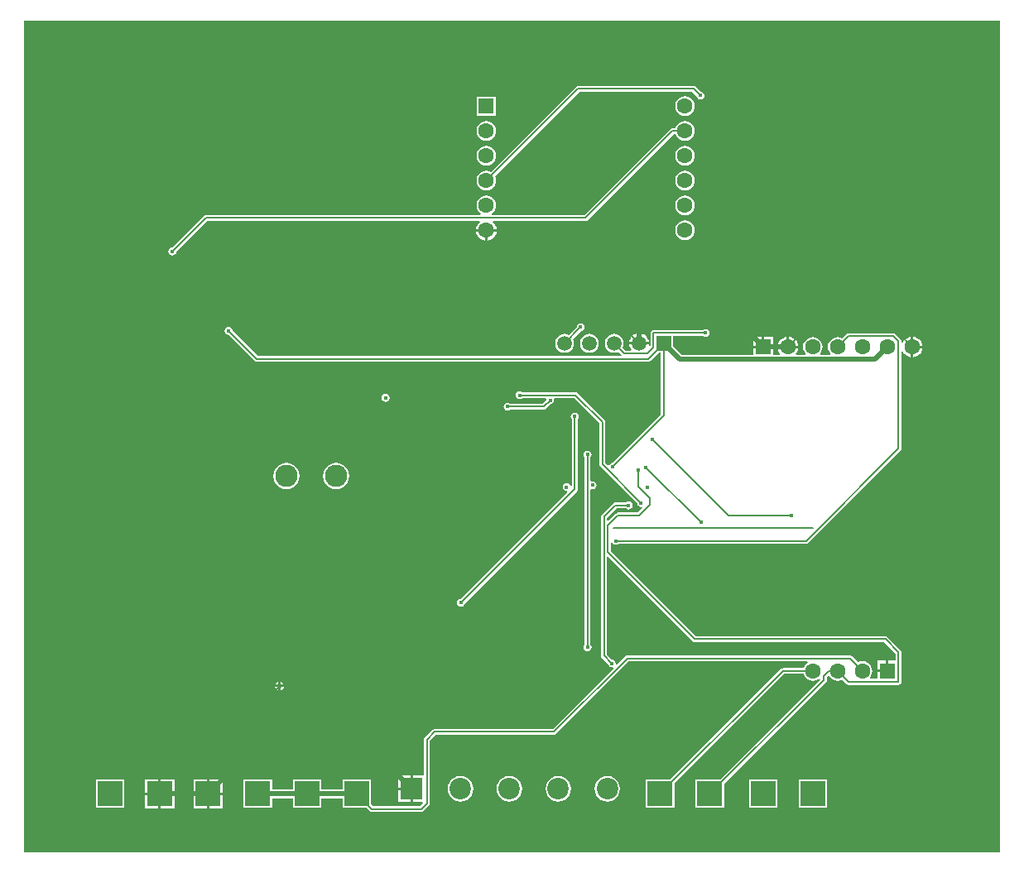
<source format=gbl>
G04*
G04 #@! TF.GenerationSoftware,Altium Limited,Altium Designer,20.1.11 (218)*
G04*
G04 Layer_Physical_Order=2*
G04 Layer_Color=16711680*
%FSTAX24Y24*%
%MOIN*%
G70*
G04*
G04 #@! TF.SameCoordinates,6DBB7448-FED5-465F-904A-7FE87FEFC6C8*
G04*
G04*
G04 #@! TF.FilePolarity,Positive*
G04*
G01*
G75*
%ADD11C,0.0079*%
%ADD79C,0.0197*%
%ADD80C,0.0866*%
%ADD81R,0.0866X0.0866*%
%ADD82R,0.0984X0.0984*%
%ADD83C,0.0900*%
%ADD84C,0.0630*%
%ADD85R,0.0630X0.0630*%
%ADD86R,0.0598X0.0598*%
%ADD87C,0.0598*%
%ADD88R,0.0630X0.0630*%
%ADD89C,0.0157*%
G36*
X057735Y044635D02*
Y01115D01*
X01845D01*
X01845Y011151D01*
Y04465D01*
X057729D01*
X057735Y044635D01*
D02*
G37*
%LPC*%
G36*
X0454Y04202D02*
X0454Y04202D01*
X04075D01*
X040704Y042011D01*
X040665Y041985D01*
X040665Y041985D01*
X037231Y038551D01*
X037153Y038584D01*
X03705Y038597D01*
X036947Y038584D01*
X036851Y038544D01*
X036769Y038481D01*
X036706Y038399D01*
X036666Y038303D01*
X036653Y0382D01*
X036666Y038097D01*
X036706Y038001D01*
X036769Y037919D01*
X036851Y037856D01*
X036947Y037816D01*
X03705Y037803D01*
X037153Y037816D01*
X037249Y037856D01*
X037331Y037919D01*
X037394Y038001D01*
X037434Y038097D01*
X037447Y0382D01*
X037434Y038303D01*
X037401Y038381D01*
X0408Y04178D01*
X04535D01*
X045512Y041618D01*
X045522Y041569D01*
X045556Y041516D01*
X045609Y041482D01*
X04567Y041469D01*
X045731Y041482D01*
X045784Y041516D01*
X045818Y041569D01*
X045831Y04163D01*
X045818Y041691D01*
X045784Y041744D01*
X045731Y041778D01*
X045682Y041788D01*
X045485Y041985D01*
X045446Y042011D01*
X0454Y04202D01*
D02*
G37*
G36*
X037444Y041594D02*
X036656D01*
Y040806D01*
X037444D01*
Y041594D01*
D02*
G37*
G36*
X04505Y041597D02*
X044947Y041584D01*
X044851Y041544D01*
X044769Y041481D01*
X044706Y041399D01*
X044666Y041303D01*
X044653Y0412D01*
X044666Y041097D01*
X044706Y041001D01*
X044769Y040919D01*
X044851Y040856D01*
X044947Y040816D01*
X04505Y040803D01*
X045153Y040816D01*
X045249Y040856D01*
X045331Y040919D01*
X045394Y041001D01*
X045434Y041097D01*
X045447Y0412D01*
X045434Y041303D01*
X045394Y041399D01*
X045331Y041481D01*
X045249Y041544D01*
X045153Y041584D01*
X04505Y041597D01*
D02*
G37*
G36*
Y040597D02*
X044947Y040584D01*
X044851Y040544D01*
X044769Y040481D01*
X044706Y040399D01*
X044674Y04032D01*
X04455D01*
X044504Y040311D01*
X044465Y040285D01*
X044465Y040285D01*
X041Y03682D01*
X037284D01*
X037267Y03687D01*
X037331Y036919D01*
X037394Y037001D01*
X037434Y037097D01*
X037447Y0372D01*
X037434Y037303D01*
X037394Y037399D01*
X037331Y037481D01*
X037249Y037544D01*
X037153Y037584D01*
X03705Y037597D01*
X036947Y037584D01*
X036851Y037544D01*
X036769Y037481D01*
X036706Y037399D01*
X036666Y037303D01*
X036653Y0372D01*
X036666Y037097D01*
X036706Y037001D01*
X036769Y036919D01*
X036833Y03687D01*
X036816Y03682D01*
X02576D01*
X025714Y036811D01*
X025675Y036785D01*
X025675Y036785D01*
X024398Y035508D01*
X024349Y035498D01*
X024296Y035464D01*
X024262Y035411D01*
X024249Y03535D01*
X024262Y035289D01*
X024296Y035236D01*
X024349Y035202D01*
X02441Y035189D01*
X024471Y035202D01*
X024524Y035236D01*
X024558Y035289D01*
X024568Y035338D01*
X02581Y03658D01*
X036781D01*
X036798Y03653D01*
X036754Y036496D01*
X036688Y036409D01*
X036646Y036308D01*
X036638Y03625D01*
X037462D01*
X037454Y036308D01*
X037412Y036409D01*
X037346Y036496D01*
X037302Y03653D01*
X037319Y03658D01*
X04105D01*
X04105Y03658D01*
X041096Y036589D01*
X041135Y036615D01*
X0446Y04008D01*
X044674D01*
X044706Y040001D01*
X044769Y039919D01*
X044851Y039856D01*
X044947Y039816D01*
X04505Y039803D01*
X045153Y039816D01*
X045249Y039856D01*
X045331Y039919D01*
X045394Y040001D01*
X045434Y040097D01*
X045447Y0402D01*
X045434Y040303D01*
X045394Y040399D01*
X045331Y040481D01*
X045249Y040544D01*
X045153Y040584D01*
X04505Y040597D01*
D02*
G37*
G36*
X03705D02*
X036947Y040584D01*
X036851Y040544D01*
X036769Y040481D01*
X036706Y040399D01*
X036666Y040303D01*
X036653Y0402D01*
X036666Y040097D01*
X036706Y040001D01*
X036769Y039919D01*
X036851Y039856D01*
X036947Y039816D01*
X03705Y039803D01*
X037153Y039816D01*
X037249Y039856D01*
X037331Y039919D01*
X037394Y040001D01*
X037434Y040097D01*
X037447Y0402D01*
X037434Y040303D01*
X037394Y040399D01*
X037331Y040481D01*
X037249Y040544D01*
X037153Y040584D01*
X03705Y040597D01*
D02*
G37*
G36*
X04505Y039597D02*
X044947Y039584D01*
X044851Y039544D01*
X044769Y039481D01*
X044706Y039399D01*
X044666Y039303D01*
X044653Y0392D01*
X044666Y039097D01*
X044706Y039001D01*
X044769Y038919D01*
X044851Y038856D01*
X044947Y038816D01*
X04505Y038803D01*
X045153Y038816D01*
X045249Y038856D01*
X045331Y038919D01*
X045394Y039001D01*
X045434Y039097D01*
X045447Y0392D01*
X045434Y039303D01*
X045394Y039399D01*
X045331Y039481D01*
X045249Y039544D01*
X045153Y039584D01*
X04505Y039597D01*
D02*
G37*
G36*
X03705D02*
X036947Y039584D01*
X036851Y039544D01*
X036769Y039481D01*
X036706Y039399D01*
X036666Y039303D01*
X036653Y0392D01*
X036666Y039097D01*
X036706Y039001D01*
X036769Y038919D01*
X036851Y038856D01*
X036947Y038816D01*
X03705Y038803D01*
X037153Y038816D01*
X037249Y038856D01*
X037331Y038919D01*
X037394Y039001D01*
X037434Y039097D01*
X037447Y0392D01*
X037434Y039303D01*
X037394Y039399D01*
X037331Y039481D01*
X037249Y039544D01*
X037153Y039584D01*
X03705Y039597D01*
D02*
G37*
G36*
X04505Y038597D02*
X044947Y038584D01*
X044851Y038544D01*
X044769Y038481D01*
X044706Y038399D01*
X044666Y038303D01*
X044653Y0382D01*
X044666Y038097D01*
X044706Y038001D01*
X044769Y037919D01*
X044851Y037856D01*
X044947Y037816D01*
X04505Y037803D01*
X045153Y037816D01*
X045249Y037856D01*
X045331Y037919D01*
X045394Y038001D01*
X045434Y038097D01*
X045447Y0382D01*
X045434Y038303D01*
X045394Y038399D01*
X045331Y038481D01*
X045249Y038544D01*
X045153Y038584D01*
X04505Y038597D01*
D02*
G37*
G36*
Y037597D02*
X044947Y037584D01*
X044851Y037544D01*
X044769Y037481D01*
X044706Y037399D01*
X044666Y037303D01*
X044653Y0372D01*
X044666Y037097D01*
X044706Y037001D01*
X044769Y036919D01*
X044851Y036856D01*
X044947Y036816D01*
X04505Y036803D01*
X045153Y036816D01*
X045249Y036856D01*
X045331Y036919D01*
X045394Y037001D01*
X045434Y037097D01*
X045447Y0372D01*
X045434Y037303D01*
X045394Y037399D01*
X045331Y037481D01*
X045249Y037544D01*
X045153Y037584D01*
X04505Y037597D01*
D02*
G37*
G36*
Y036597D02*
X044947Y036584D01*
X044851Y036544D01*
X044769Y036481D01*
X044706Y036399D01*
X044666Y036303D01*
X044653Y0362D01*
X044666Y036097D01*
X044706Y036001D01*
X044769Y035919D01*
X044851Y035856D01*
X044947Y035816D01*
X04505Y035803D01*
X045153Y035816D01*
X045249Y035856D01*
X045331Y035919D01*
X045394Y036001D01*
X045434Y036097D01*
X045447Y0362D01*
X045434Y036303D01*
X045394Y036399D01*
X045331Y036481D01*
X045249Y036544D01*
X045153Y036584D01*
X04505Y036597D01*
D02*
G37*
G36*
X037462Y03615D02*
X0371D01*
Y035788D01*
X037158Y035796D01*
X037259Y035838D01*
X037346Y035904D01*
X037412Y035991D01*
X037454Y036092D01*
X037462Y03615D01*
D02*
G37*
G36*
X037D02*
X036638D01*
X036646Y036092D01*
X036688Y035991D01*
X036754Y035904D01*
X036841Y035838D01*
X036942Y035796D01*
X037Y035788D01*
Y03615D01*
D02*
G37*
G36*
X04085Y032461D02*
X040789Y032448D01*
X040736Y032414D01*
X040702Y032361D01*
X040692Y032312D01*
X040369Y031989D01*
X040299Y032018D01*
X0402Y032031D01*
X040101Y032018D01*
X040009Y03198D01*
X03993Y03192D01*
X03987Y031841D01*
X039832Y031749D01*
X039819Y03165D01*
X039832Y031551D01*
X03987Y031459D01*
X03993Y03138D01*
X040009Y03132D01*
X040101Y031282D01*
X0402Y031269D01*
X040299Y031282D01*
X040391Y03132D01*
X04047Y03138D01*
X04053Y031459D01*
X040568Y031551D01*
X040581Y03165D01*
X040568Y031749D01*
X040539Y031819D01*
X040862Y032142D01*
X040911Y032152D01*
X040964Y032186D01*
X040998Y032239D01*
X041011Y0323D01*
X040998Y032361D01*
X040964Y032414D01*
X040911Y032448D01*
X04085Y032461D01*
D02*
G37*
G36*
X04325Y032046D02*
Y0317D01*
X043596D01*
X043589Y031754D01*
X043549Y031851D01*
X043485Y031935D01*
X043401Y031999D01*
X043304Y032039D01*
X04325Y032046D01*
D02*
G37*
G36*
X04315D02*
X043096Y032039D01*
X042999Y031999D01*
X042915Y031935D01*
X042851Y031851D01*
X042811Y031754D01*
X042804Y0317D01*
X04315D01*
Y032046D01*
D02*
G37*
G36*
X048615Y031915D02*
X04825D01*
Y03155D01*
X048615D01*
Y031915D01*
D02*
G37*
G36*
X05425Y031912D02*
Y03155D01*
X054612D01*
X054604Y031608D01*
X054562Y031709D01*
X054496Y031796D01*
X054409Y031862D01*
X054308Y031904D01*
X05425Y031912D01*
D02*
G37*
G36*
X04925D02*
Y03155D01*
X049612D01*
X049604Y031608D01*
X049562Y031709D01*
X049496Y031796D01*
X049409Y031862D01*
X049308Y031904D01*
X04925Y031912D01*
D02*
G37*
G36*
X04915D02*
X049092Y031904D01*
X048991Y031862D01*
X048904Y031796D01*
X048838Y031709D01*
X048796Y031608D01*
X048788Y03155D01*
X04915D01*
Y031912D01*
D02*
G37*
G36*
X04815Y031915D02*
X047785D01*
Y03155D01*
X04815D01*
Y031915D01*
D02*
G37*
G36*
X0412Y032031D02*
X041101Y032018D01*
X041009Y03198D01*
X04093Y03192D01*
X04087Y031841D01*
X040832Y031749D01*
X040819Y03165D01*
X040832Y031551D01*
X04087Y031459D01*
X04093Y03138D01*
X041009Y03132D01*
X041101Y031282D01*
X0412Y031269D01*
X041299Y031282D01*
X041391Y03132D01*
X04147Y03138D01*
X04153Y031459D01*
X041568Y031551D01*
X041581Y03165D01*
X041568Y031749D01*
X04153Y031841D01*
X04147Y03192D01*
X041391Y03198D01*
X041299Y032018D01*
X0412Y032031D01*
D02*
G37*
G36*
X054612Y03145D02*
X05425D01*
Y031088D01*
X054308Y031096D01*
X054409Y031138D01*
X054496Y031204D01*
X054562Y031291D01*
X054604Y031392D01*
X054612Y03145D01*
D02*
G37*
G36*
X02667Y032311D02*
X026609Y032298D01*
X026556Y032264D01*
X026522Y032211D01*
X026509Y03215D01*
X026522Y032089D01*
X026556Y032036D01*
X026609Y032002D01*
X026658Y031992D01*
X027719Y030931D01*
X027719Y030931D01*
X027758Y030905D01*
X027804Y030896D01*
X043566D01*
X043566Y030896D01*
X043612Y030905D01*
X043651Y030931D01*
X043992Y031272D01*
X04408D01*
Y02879D01*
X042128Y026838D01*
X042079Y026828D01*
X042026Y026794D01*
X041995Y026746D01*
X041981Y026738D01*
X041944Y026727D01*
X04184Y02683D01*
Y02848D01*
X04184Y02848D01*
X041831Y028526D01*
X041805Y028565D01*
X041805Y028565D01*
X040726Y029644D01*
X040687Y02967D01*
X040641Y02968D01*
X040641Y02968D01*
X038493D01*
X038451Y029708D01*
X03839Y02972D01*
X038329Y029708D01*
X038276Y029673D01*
X038242Y029621D01*
X038229Y029559D01*
X038242Y029498D01*
X038276Y029446D01*
X038329Y029411D01*
X03839Y029399D01*
X038451Y029411D01*
X038493Y029439D01*
X039428D01*
X039465Y029389D01*
X039462Y029372D01*
X03931Y02922D01*
X038003D01*
X037961Y029248D01*
X0379Y029261D01*
X037839Y029248D01*
X037786Y029214D01*
X037752Y029161D01*
X037739Y0291D01*
X037752Y029039D01*
X037786Y028986D01*
X037839Y028952D01*
X0379Y028939D01*
X037961Y028952D01*
X038003Y02898D01*
X03936D01*
X03936Y02898D01*
X039406Y028989D01*
X039445Y029015D01*
X039632Y029202D01*
X039681Y029212D01*
X039734Y029246D01*
X039768Y029299D01*
X039781Y02936D01*
X039775Y029389D01*
X039812Y029439D01*
X040591D01*
X0416Y02843D01*
Y02678D01*
X0416Y02678D01*
X041609Y026734D01*
X041635Y026695D01*
X043122Y025208D01*
X043132Y025159D01*
X043166Y025106D01*
X043219Y025072D01*
X04328Y025059D01*
X043315Y025066D01*
X04334Y02502D01*
X04315Y02483D01*
X04234D01*
X042294Y024821D01*
X042255Y024795D01*
X042255Y024795D01*
X041957Y024497D01*
X04191Y024516D01*
Y02462D01*
X04229Y025D01*
X042677D01*
X042718Y024972D01*
X04278Y024959D01*
X042841Y024972D01*
X042893Y025006D01*
X042928Y025059D01*
X04294Y02512D01*
X042928Y025181D01*
X042893Y025234D01*
X042841Y025268D01*
X04278Y025281D01*
X042718Y025268D01*
X042677Y02524D01*
X04224D01*
X042194Y025231D01*
X042155Y025205D01*
X041705Y024755D01*
X041679Y024716D01*
X04167Y02467D01*
X04167Y02467D01*
Y01907D01*
X04167Y01907D01*
X041679Y019024D01*
X041705Y018985D01*
X041942Y018748D01*
X041952Y018699D01*
X041986Y018646D01*
X042039Y018612D01*
X0421Y018599D01*
X042134Y018606D01*
X042158Y01856D01*
X039719Y01612D01*
X03498D01*
X034934Y016111D01*
X034895Y016085D01*
X034895Y016085D01*
X034575Y015765D01*
X034549Y015726D01*
X03454Y01568D01*
X03454Y01568D01*
Y014233D01*
X034094D01*
Y0137D01*
Y013167D01*
X034471D01*
X03449Y013121D01*
X03438Y01301D01*
X0325D01*
X032411Y013099D01*
Y014071D01*
X031269D01*
Y013681D01*
X030416D01*
Y014071D01*
X029274D01*
Y013681D01*
X028421D01*
Y014071D01*
X027279D01*
Y012929D01*
X028421D01*
Y013319D01*
X029274D01*
Y012929D01*
X030416D01*
Y013319D01*
X031269D01*
Y012929D01*
X032241D01*
X032365Y012805D01*
X032365Y012805D01*
X032404Y012779D01*
X03245Y01277D01*
X03443D01*
X03443Y01277D01*
X034476Y012779D01*
X034515Y012805D01*
X034745Y013035D01*
X034771Y013074D01*
X03478Y01312D01*
Y01563D01*
X03503Y01588D01*
X039769D01*
X039769Y01588D01*
X039815Y015889D01*
X039854Y015915D01*
X042778Y01884D01*
X049982D01*
X049995Y018809D01*
X049996Y01879D01*
X049919Y018731D01*
X049856Y018649D01*
X049824Y01857D01*
X049D01*
X048954Y018561D01*
X048915Y018535D01*
X044451Y014071D01*
X043479D01*
Y012929D01*
X044621D01*
Y013901D01*
X04905Y01833D01*
X049824D01*
X049856Y018251D01*
X049919Y018169D01*
X050001Y018106D01*
X050097Y018066D01*
X0502Y018053D01*
X050303Y018066D01*
X050399Y018106D01*
X05047Y018161D01*
X05047Y018161D01*
X050503Y018123D01*
X046451Y014071D01*
X045479D01*
Y012929D01*
X046621D01*
Y013901D01*
X050725Y018005D01*
X050725Y018005D01*
X050751Y018044D01*
X05076Y01809D01*
Y01819D01*
X050811Y018241D01*
X050872Y018231D01*
X050919Y018169D01*
X051001Y018106D01*
X051097Y018066D01*
X0512Y018053D01*
X051303Y018066D01*
X051381Y018099D01*
X051555Y017925D01*
X051594Y017899D01*
X05164Y01789D01*
X05164Y01789D01*
X05364D01*
X053686Y017899D01*
X053725Y017925D01*
X053751Y017964D01*
X05376Y01801D01*
Y01921D01*
X053751Y019256D01*
X053725Y019295D01*
X053205Y019815D01*
X053166Y019841D01*
X05312Y01985D01*
X05312Y01985D01*
X0455D01*
X04207Y02328D01*
Y0236D01*
X04212Y023615D01*
X042146Y023576D01*
X042199Y023542D01*
X04226Y023529D01*
X042321Y023542D01*
X042363Y02357D01*
X04992D01*
X04992Y02357D01*
X049966Y023579D01*
X050005Y023605D01*
X053725Y027325D01*
X053725Y027325D01*
X053751Y027364D01*
X05376Y02741D01*
Y031346D01*
X05381Y031356D01*
X053838Y031291D01*
X053904Y031204D01*
X053991Y031138D01*
X054092Y031096D01*
X05415Y031088D01*
Y0315D01*
Y031912D01*
X054092Y031904D01*
X053991Y031862D01*
X053904Y031796D01*
X053838Y031709D01*
X05381Y031644D01*
X05376Y031654D01*
Y031733D01*
X05376Y031733D01*
X053751Y031779D01*
X053725Y031818D01*
X053725Y031818D01*
X053525Y032018D01*
X053486Y032044D01*
X05344Y032054D01*
X05344Y032053D01*
X051633D01*
X051633Y032054D01*
X051587Y032044D01*
X051548Y032018D01*
X051548Y032018D01*
X051381Y031851D01*
X051303Y031884D01*
X0512Y031897D01*
X051097Y031884D01*
X051001Y031844D01*
X050919Y031781D01*
X050856Y031699D01*
X050816Y031603D01*
X050803Y0315D01*
X050816Y031397D01*
X050856Y031301D01*
X05091Y031231D01*
X050894Y031181D01*
X050506D01*
X05049Y031231D01*
X050544Y031301D01*
X050584Y031397D01*
X050597Y0315D01*
X050584Y031603D01*
X050544Y031699D01*
X050481Y031781D01*
X050399Y031844D01*
X050303Y031884D01*
X0502Y031897D01*
X050097Y031884D01*
X050001Y031844D01*
X049919Y031781D01*
X049856Y031699D01*
X049816Y031603D01*
X049803Y0315D01*
X049816Y031397D01*
X049856Y031301D01*
X04991Y031231D01*
X049894Y031181D01*
X049541D01*
X049516Y031231D01*
X049562Y031291D01*
X049604Y031392D01*
X049612Y03145D01*
X0492D01*
X048788D01*
X048796Y031392D01*
X048838Y031291D01*
X048884Y031231D01*
X048859Y031181D01*
X048615D01*
Y03145D01*
X0482D01*
X047785D01*
Y031181D01*
X044925D01*
X044578Y031528D01*
Y031947D01*
X045777D01*
X045819Y031919D01*
X04588Y031907D01*
X045941Y031919D01*
X045994Y031954D01*
X046028Y032006D01*
X046041Y032067D01*
X046028Y032129D01*
X045994Y032181D01*
X045941Y032216D01*
X04588Y032228D01*
X045819Y032216D01*
X045777Y032188D01*
X04378D01*
X043734Y032179D01*
X043695Y032152D01*
X043669Y032113D01*
X04366Y032067D01*
Y03155D01*
X043635Y031531D01*
X043624Y031534D01*
X043591Y031559D01*
X043596Y0316D01*
X0432D01*
X042804D01*
X042811Y031546D01*
X042851Y031449D01*
X042886Y031403D01*
X042862Y031353D01*
X042667D01*
X042539Y031481D01*
X042568Y031551D01*
X042581Y03165D01*
X042568Y031749D01*
X04253Y031841D01*
X04247Y03192D01*
X042391Y03198D01*
X042299Y032018D01*
X0422Y032031D01*
X042101Y032018D01*
X042009Y03198D01*
X04193Y03192D01*
X04187Y031841D01*
X041832Y031749D01*
X041819Y03165D01*
X041832Y031551D01*
X04187Y031459D01*
X04193Y03138D01*
X042009Y03132D01*
X042101Y031282D01*
X0422Y031269D01*
X042299Y031282D01*
X042369Y031311D01*
X042493Y031187D01*
X042472Y031137D01*
X027854D01*
X026828Y032162D01*
X026818Y032211D01*
X026784Y032264D01*
X026731Y032298D01*
X02667Y032311D01*
D02*
G37*
G36*
X032996Y029611D02*
X032934Y029598D01*
X032882Y029564D01*
X032847Y029511D01*
X032835Y02945D01*
X032847Y029389D01*
X032882Y029336D01*
X032934Y029302D01*
X032996Y029289D01*
X033057Y029302D01*
X033109Y029336D01*
X033144Y029389D01*
X033156Y02945D01*
X033144Y029511D01*
X033109Y029564D01*
X033057Y029598D01*
X032996Y029611D01*
D02*
G37*
G36*
X04061Y028861D02*
X040549Y028848D01*
X040496Y028814D01*
X040462Y028761D01*
X040449Y0287D01*
X040462Y028639D01*
X04049Y028597D01*
Y025877D01*
X040488Y025876D01*
X040432Y0259D01*
X040427Y025923D01*
X040393Y025975D01*
X040341Y02601D01*
X040279Y026022D01*
X040218Y02601D01*
X040166Y025975D01*
X040131Y025923D01*
X040119Y025861D01*
X040131Y0258D01*
X040166Y025748D01*
X040218Y025713D01*
X040279Y025701D01*
X040293Y025704D01*
X040317Y025657D01*
X036018Y021358D01*
X035969Y021348D01*
X035916Y021314D01*
X035882Y021261D01*
X035869Y0212D01*
X035882Y021139D01*
X035916Y021086D01*
X035969Y021052D01*
X03603Y021039D01*
X036091Y021052D01*
X036144Y021086D01*
X036178Y021139D01*
X036188Y021188D01*
X040695Y025695D01*
X040721Y025734D01*
X04073Y02578D01*
Y028597D01*
X040758Y028639D01*
X040771Y0287D01*
X040758Y028761D01*
X040724Y028814D01*
X040671Y028848D01*
X04061Y028861D01*
D02*
G37*
G36*
X04113Y027327D02*
X041069Y027315D01*
X041016Y02728D01*
X040982Y027228D01*
X040969Y027167D01*
X040982Y027105D01*
X04101Y027064D01*
Y019513D01*
X040982Y019471D01*
X040969Y01941D01*
X040982Y019349D01*
X041016Y019296D01*
X041069Y019262D01*
X04113Y019249D01*
X041191Y019262D01*
X041244Y019296D01*
X041278Y019349D01*
X041291Y01941D01*
X041278Y019471D01*
X04125Y019513D01*
Y025742D01*
X0413Y025779D01*
X041329Y025773D01*
X041391Y025786D01*
X041443Y02582D01*
X041477Y025872D01*
X04149Y025934D01*
X041477Y025995D01*
X041443Y026047D01*
X041391Y026082D01*
X041329Y026094D01*
X0413Y026089D01*
X04125Y026126D01*
Y027064D01*
X041278Y027105D01*
X041291Y027167D01*
X041278Y027228D01*
X041244Y02728D01*
X041191Y027315D01*
X04113Y027327D01*
D02*
G37*
G36*
X031Y026833D02*
X030862Y026815D01*
X030733Y026762D01*
X030623Y026677D01*
X030538Y026567D01*
X030485Y026438D01*
X030467Y0263D01*
X030485Y026162D01*
X030538Y026033D01*
X030623Y025923D01*
X030733Y025838D01*
X030862Y025785D01*
X031Y025767D01*
X031138Y025785D01*
X031267Y025838D01*
X031377Y025923D01*
X031462Y026033D01*
X031515Y026162D01*
X031533Y0263D01*
X031515Y026438D01*
X031462Y026567D01*
X031377Y026677D01*
X031267Y026762D01*
X031138Y026815D01*
X031Y026833D01*
D02*
G37*
G36*
X029D02*
X028862Y026815D01*
X028733Y026762D01*
X028623Y026677D01*
X028538Y026567D01*
X028485Y026438D01*
X028467Y0263D01*
X028485Y026162D01*
X028538Y026033D01*
X028623Y025923D01*
X028733Y025838D01*
X028862Y025785D01*
X029Y025767D01*
X029138Y025785D01*
X029267Y025838D01*
X029377Y025923D01*
X029462Y026033D01*
X029515Y026162D01*
X029533Y0263D01*
X029515Y026438D01*
X029462Y026567D01*
X029377Y026677D01*
X029267Y026762D01*
X029138Y026815D01*
X029Y026833D01*
D02*
G37*
G36*
X02877Y018022D02*
Y0179D01*
X028892D01*
X028888Y01792D01*
X028849Y017979D01*
X02879Y018018D01*
X02877Y018022D01*
D02*
G37*
G36*
X02867D02*
X02865Y018018D01*
X028591Y017979D01*
X028552Y01792D01*
X028548Y0179D01*
X02867D01*
Y018022D01*
D02*
G37*
G36*
X028892Y0178D02*
X02877D01*
Y017678D01*
X02879Y017682D01*
X028849Y017721D01*
X028888Y01778D01*
X028892Y0178D01*
D02*
G37*
G36*
X02867D02*
X028548D01*
X028552Y01778D01*
X028591Y017721D01*
X02865Y017682D01*
X02867Y017678D01*
Y0178D01*
D02*
G37*
G36*
X033994Y014233D02*
X033511D01*
Y01375D01*
X033994D01*
Y014233D01*
D02*
G37*
G36*
X024492Y014092D02*
X02395D01*
Y01355D01*
X024492D01*
Y014092D01*
D02*
G37*
G36*
X026442D02*
X0259D01*
Y01355D01*
X026442D01*
Y014092D01*
D02*
G37*
G36*
X0258D02*
X025258D01*
Y01355D01*
X0258D01*
Y014092D01*
D02*
G37*
G36*
X02385D02*
X023308D01*
Y01355D01*
X02385D01*
Y014092D01*
D02*
G37*
G36*
X041919Y014216D02*
X041785Y014198D01*
X04166Y014147D01*
X041553Y014065D01*
X041471Y013958D01*
X04142Y013833D01*
X041402Y0137D01*
X04142Y013566D01*
X041471Y013442D01*
X041553Y013335D01*
X04166Y013253D01*
X041785Y013201D01*
X041919Y013184D01*
X042052Y013201D01*
X042177Y013253D01*
X042284Y013335D01*
X042366Y013442D01*
X042417Y013566D01*
X042435Y0137D01*
X042417Y013833D01*
X042366Y013958D01*
X042284Y014065D01*
X042177Y014147D01*
X042052Y014198D01*
X041919Y014216D01*
D02*
G37*
G36*
X03995D02*
X039816Y014198D01*
X039692Y014147D01*
X039585Y014065D01*
X039503Y013958D01*
X039451Y013833D01*
X039434Y0137D01*
X039451Y013566D01*
X039503Y013442D01*
X039585Y013335D01*
X039692Y013253D01*
X039816Y013201D01*
X03995Y013184D01*
X040084Y013201D01*
X040208Y013253D01*
X040315Y013335D01*
X040397Y013442D01*
X040449Y013566D01*
X040466Y0137D01*
X040449Y013833D01*
X040397Y013958D01*
X040315Y014065D01*
X040208Y014147D01*
X040084Y014198D01*
X03995Y014216D01*
D02*
G37*
G36*
X037982D02*
X037848Y014198D01*
X037723Y014147D01*
X037616Y014065D01*
X037534Y013958D01*
X037483Y013833D01*
X037465Y0137D01*
X037483Y013566D01*
X037534Y013442D01*
X037616Y013335D01*
X037723Y013253D01*
X037848Y013201D01*
X037982Y013184D01*
X038115Y013201D01*
X03824Y013253D01*
X038347Y013335D01*
X038429Y013442D01*
X03848Y013566D01*
X038498Y0137D01*
X03848Y013833D01*
X038429Y013958D01*
X038347Y014065D01*
X03824Y014147D01*
X038115Y014198D01*
X037982Y014216D01*
D02*
G37*
G36*
X036013D02*
X035879Y014198D01*
X035755Y014147D01*
X035648Y014065D01*
X035566Y013958D01*
X035514Y013833D01*
X035497Y0137D01*
X035514Y013566D01*
X035566Y013442D01*
X035648Y013335D01*
X035755Y013253D01*
X035879Y013201D01*
X036013Y013184D01*
X036147Y013201D01*
X036271Y013253D01*
X036378Y013335D01*
X03646Y013442D01*
X036512Y013566D01*
X036529Y0137D01*
X036512Y013833D01*
X03646Y013958D01*
X036378Y014065D01*
X036271Y014147D01*
X036147Y014198D01*
X036013Y014216D01*
D02*
G37*
G36*
X033994Y01365D02*
X033511D01*
Y013167D01*
X033994D01*
Y01365D01*
D02*
G37*
G36*
X050771Y014071D02*
X049629D01*
Y012929D01*
X050771D01*
Y014071D01*
D02*
G37*
G36*
X048771D02*
X047629D01*
Y012929D01*
X048771D01*
Y014071D01*
D02*
G37*
G36*
X022471D02*
X021329D01*
Y012929D01*
X022471D01*
Y014071D01*
D02*
G37*
G36*
X026442Y01345D02*
X0259D01*
Y012908D01*
X026442D01*
Y01345D01*
D02*
G37*
G36*
X0258D02*
X025258D01*
Y012908D01*
X0258D01*
Y01345D01*
D02*
G37*
G36*
X024492D02*
X02395D01*
Y012908D01*
X024492D01*
Y01345D01*
D02*
G37*
G36*
X02385D02*
X023308D01*
Y012908D01*
X02385D01*
Y01345D01*
D02*
G37*
%LPD*%
G36*
X045365Y019645D02*
X045365Y019645D01*
X045404Y019619D01*
X04545Y01961D01*
X05307D01*
X05352Y01916D01*
Y018865D01*
X05325D01*
Y01845D01*
X0532D01*
Y0184D01*
X052785D01*
Y01813D01*
X052506D01*
X052489Y01818D01*
X052544Y018251D01*
X052584Y018347D01*
X052597Y01845D01*
X052584Y018553D01*
X052544Y018649D01*
X052481Y018731D01*
X052399Y018794D01*
X052303Y018834D01*
X0522Y018847D01*
X052097Y018834D01*
X052019Y018801D01*
X051775Y019045D01*
X051736Y019071D01*
X05169Y01908D01*
X05169Y01908D01*
X042729D01*
X042682Y019071D01*
X042643Y019045D01*
X0423Y018702D01*
X042254Y018726D01*
X042261Y01876D01*
X042248Y018821D01*
X042214Y018874D01*
X042161Y018908D01*
X042112Y018918D01*
X04191Y01912D01*
Y023034D01*
X041957Y023053D01*
X045365Y019645D01*
D02*
G37*
%LPC*%
G36*
X05315Y018865D02*
X052785D01*
Y0185D01*
X05315D01*
Y018865D01*
D02*
G37*
%LPD*%
D11*
X0379Y0291D02*
X03795D01*
X02441Y03535D02*
X02576Y0367D01*
X04105D02*
X04455Y0402D01*
X04505D01*
X02576Y0367D02*
X04105D01*
X03184Y0135D02*
X03245Y01289D01*
X03443D01*
X03466Y01312D01*
Y01568D01*
X03498Y016D01*
X039769D01*
X042729Y01896D01*
X05169D01*
X0522Y01845D01*
X0442Y02874D02*
Y03165D01*
X04214Y02668D02*
X0442Y02874D01*
X04226Y02369D02*
X04992D01*
X05364Y02741D01*
Y031733D01*
X05344Y031933D02*
X05364Y031733D01*
X051633Y031933D02*
X05344D01*
X0512Y0315D02*
X051633Y031933D01*
X04179Y01907D02*
X0421Y01876D01*
X04179Y01907D02*
Y02467D01*
X04224Y02512D01*
X04278D01*
X05355Y03215D02*
X0542Y0315D01*
X04985Y03215D02*
X05355D01*
X0492Y0315D02*
X04985Y03215D01*
X0512Y01845D02*
X05164Y01801D01*
X05364D01*
Y01921D01*
X05312Y01973D02*
X05364Y01921D01*
X04545Y01973D02*
X05312D01*
X04195Y02323D02*
X04545Y01973D01*
X04195Y02323D02*
Y02432D01*
X04234Y02471D01*
X0432D01*
X04364Y02515D01*
Y02542D01*
X04317Y02589D02*
X04364Y02542D01*
X04317Y02589D02*
Y026535D01*
X04347Y02665D02*
X04569Y02443D01*
X0422Y03165D02*
X042617Y031233D01*
X04352D01*
X04378Y031493D01*
Y032067D01*
X04588D01*
X043566Y031016D02*
X0442Y03165D01*
X027804Y031016D02*
X043566D01*
X02667Y03215D02*
X027804Y031016D01*
X02585Y0135D02*
Y01498D01*
X02872Y01785D01*
X03705Y0362D02*
X03865D01*
X0432Y03165D01*
X03795Y0291D02*
X03936D01*
X03962Y02936D01*
X0402Y03165D02*
X04085Y0323D01*
X03603Y0212D02*
X04061Y02578D01*
Y0287D01*
X04113Y01941D02*
Y027167D01*
X042165Y024225D02*
X050185D01*
X0454Y0419D02*
X04567Y04163D01*
X04075Y0419D02*
X0454D01*
X03705Y0382D02*
X04075Y0419D01*
X03839Y029559D02*
X040641D01*
X04172Y02848D01*
Y02678D02*
Y02848D01*
Y02678D02*
X04328Y02522D01*
X05085Y01845D02*
X0512D01*
X05064Y01824D02*
X05085Y01845D01*
X05064Y01809D02*
Y01824D01*
X04605Y0135D02*
X05064Y01809D01*
X04375Y02778D02*
X04681Y02472D01*
X04932D01*
X049Y01845D02*
X0502D01*
X04405Y0135D02*
X049Y01845D01*
D79*
X02785Y0135D02*
X029845D01*
X03184D01*
X0527Y031D02*
X0532Y0315D01*
X04485Y031D02*
X0527D01*
X0442Y03165D02*
X04485Y031D01*
X0239Y0135D02*
X02585D01*
X02676Y01441D01*
X033334D01*
X034044Y0137D01*
X0432Y03165D02*
Y032034D01*
X044816Y03365D01*
X04605D01*
X0482Y0315D01*
X0492D01*
D80*
X041919Y0137D02*
D03*
X03995D02*
D03*
X037982D02*
D03*
X036013D02*
D03*
D81*
X034044D02*
D03*
D82*
X0239Y0135D02*
D03*
X0219D02*
D03*
X03184D02*
D03*
X029845D02*
D03*
X02585D02*
D03*
X02785D02*
D03*
X04605D02*
D03*
X04405D02*
D03*
X0502D02*
D03*
X0482D02*
D03*
D83*
X029Y0263D02*
D03*
X031D02*
D03*
D84*
X04505Y0362D02*
D03*
Y0372D02*
D03*
Y0382D02*
D03*
Y0392D02*
D03*
Y0402D02*
D03*
Y0412D02*
D03*
X03705Y0362D02*
D03*
Y0372D02*
D03*
Y0382D02*
D03*
Y0392D02*
D03*
Y0402D02*
D03*
X0522Y01845D02*
D03*
X0512D02*
D03*
X0502D02*
D03*
X0542Y0315D02*
D03*
X0532D02*
D03*
X0522D02*
D03*
X0512D02*
D03*
X0502D02*
D03*
X0492D02*
D03*
D85*
X03705Y0412D02*
D03*
D86*
X0442Y03165D02*
D03*
D87*
X0432D02*
D03*
X0422D02*
D03*
X0412D02*
D03*
X0402D02*
D03*
D88*
X0532Y01845D02*
D03*
X0482Y0315D02*
D03*
D89*
X02441Y03535D02*
D03*
X04214Y02668D02*
D03*
X04226Y02369D02*
D03*
X0421Y01876D02*
D03*
X04278Y02512D02*
D03*
X04317Y026535D02*
D03*
X04569Y02443D02*
D03*
X04347Y02665D02*
D03*
X04588Y032067D02*
D03*
X02667Y03215D02*
D03*
X02872Y01785D02*
D03*
X0379Y0291D02*
D03*
X03962Y02936D02*
D03*
X04085Y0323D02*
D03*
X03603Y0212D02*
D03*
X04061Y0287D02*
D03*
X04113Y01941D02*
D03*
Y027167D02*
D03*
X04567Y04163D02*
D03*
X03839Y029559D02*
D03*
X04328Y02522D02*
D03*
X04375Y02778D02*
D03*
X04932Y02472D02*
D03*
X032996Y02945D02*
D03*
X043547Y025861D02*
D03*
X040279D02*
D03*
X041329Y025934D02*
D03*
M02*

</source>
